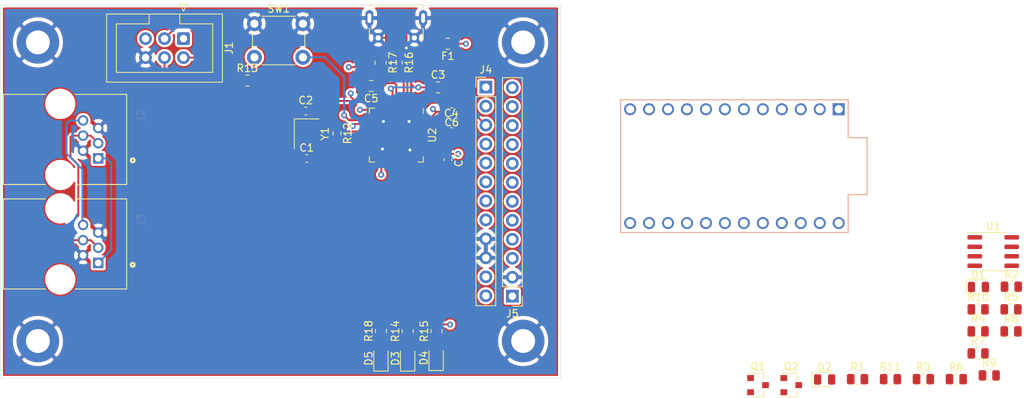
<source format=kicad_pcb>
(kicad_pcb (version 20171130) (host pcbnew 5.1.9-73d0e3b20d~88~ubuntu20.04.1)
  (layers (0 F.Cu signal) (1 In1.Cu signal hide) (2 In2.Cu signal) (31 B.Cu signal) (34 B.Paste user) (35 F.Paste user) (36 B.SilkS user) (37 F.SilkS user) (38 B.Mask user) (39 F.Mask user) (44 Edge.Cuts user))
  (net 0 "")
  (net 1 "Net-(C1-Pad2)")
  (net 2 "Net-(C1-Pad1)")
  (net 3 GND)
  (net 4 "Net-(C2-Pad1)")
  (net 5 VBUS)
  (net 6 "/Arduino Leonardo/ap_aref")
  (net 7 "Net-(C5-Pad1)")
  (net 8 VCC)
  (net 9 "Net-(D1-Pad2)")
  (net 10 /RX)
  (net 11 "Net-(D2-Pad2)")
  (net 12 "Net-(D2-Pad1)")
  (net 13 "Net-(D3-Pad2)")
  (net 14 "/Arduino Leonardo/PB0_D17_SS_RXLED")
  (net 15 "Net-(D4-Pad2)")
  (net 16 "/Arduino Leonardo/PD5_D18_TXLED")
  (net 17 "Net-(D5-Pad2)")
  (net 18 /mosi)
  (net 19 /rst)
  (net 20 /sck)
  (net 21 /miso)
  (net 22 "Net-(J2-Pad1)")
  (net 23 /LocoNet/loconet)
  (net 24 "Net-(J2-Pad6)")
  (net 25 "/Arduino Leonardo/PD3_D1_TX")
  (net 26 "/Arduino Leonardo/PD2_D0_RX")
  (net 27 "/Arduino Leonardo/PD1_D2_SDA")
  (net 28 "/Arduino Leonardo/PD0_D3_SCL")
  (net 29 "/Arduino Leonardo/PC6_D5")
  (net 30 "/Arduino Leonardo/PD7_D6_A7")
  (net 31 /TX)
  (net 32 "/Arduino Leonardo/PB4_D8")
  (net 33 "/Arduino Leonardo/PB5_D9_A8")
  (net 34 "/Arduino Leonardo/PB6_D10")
  (net 35 "/Arduino Leonardo/PF7_A0")
  (net 36 "/Arduino Leonardo/PF6_A1")
  (net 37 "/Arduino Leonardo/PF5_A2")
  (net 38 "/Arduino Leonardo/PF4_A3")
  (net 39 "/Arduino Leonardo/raw")
  (net 40 "Net-(J7-Pad4)")
  (net 41 "Net-(J7-Pad3)")
  (net 42 "Net-(J7-Pad2)")
  (net 43 "Net-(Q1-Pad1)")
  (net 44 "Net-(Q2-Pad2)")
  (net 45 "Net-(Q2-Pad1)")
  (net 46 "Net-(R1-Pad2)")
  (net 47 "Net-(R4-Pad2)")
  (net 48 "/Arduino Leonardo/D-")
  (net 49 "/Arduino Leonardo/D+")
  (net 50 "Net-(U1-Pad6)")
  (net 51 "Net-(U1-Pad5)")
  (net 52 "/Arduino Leonardo/PF0_A5")
  (net 53 "/Arduino Leonardo/PF1_A4")
  (net 54 "/Arduino Leonardo/PC7_D13")
  (net 55 "/Arduino Leonardo/PB6_D12")
  (net 56 "/Arduino Leonardo/PB7_D11")
  (module LocoNetInterface:ProMicro (layer F.Cu) (at 128.2954 91.5797 180)
    (fp_text reference U3 hide)
    (fp_text value ProMicro)
    (pad 24 thru_hole circle (at -13.97 -7.62 180) (size 1.6 1.6) (drill 1.1) (layers *.Cu *.Mask) (net 39 "/Arduino Leonardo/raw"))
    (pad 23 thru_hole circle (at -11.43 -7.62 180) (size 1.6 1.6) (drill 1.1) (layers *.Cu *.Mask) (net 3 GND))
    (pad 22 thru_hole circle (at -8.89 -7.62 180) (size 1.6 1.6) (drill 1.1) (layers *.Cu *.Mask) (net 19 /rst))
    (pad 21 thru_hole circle (at -6.35 -7.62 180) (size 1.6 1.6) (drill 1.1) (layers *.Cu *.Mask) (net 8 VCC))
    (pad 20 thru_hole circle (at -3.81 -7.62 180) (size 1.6 1.6) (drill 1.1) (layers *.Cu *.Mask) (net 38 "/Arduino Leonardo/PF4_A3"))
    (pad 19 thru_hole circle (at -1.27 -7.62 180) (size 1.6 1.6) (drill 1.1) (layers *.Cu *.Mask) (net 37 "/Arduino Leonardo/PF5_A2"))
    (pad 18 thru_hole circle (at 1.27 -7.62 180) (size 1.6 1.6) (drill 1.1) (layers *.Cu *.Mask) (net 36 "/Arduino Leonardo/PF6_A1"))
    (pad 17 thru_hole circle (at 3.81 -7.62 180) (size 1.6 1.6) (drill 1.1) (layers *.Cu *.Mask) (net 35 "/Arduino Leonardo/PF7_A0"))
    (pad 16 thru_hole circle (at 6.35 -7.62 180) (size 1.6 1.6) (drill 1.1) (layers *.Cu *.Mask) (net 20 /sck))
    (pad 15 thru_hole circle (at 8.89 -7.62 180) (size 1.6 1.6) (drill 1.1) (layers *.Cu *.Mask) (net 21 /miso))
    (pad 14 thru_hole circle (at 11.43 -7.62 180) (size 1.6 1.6) (drill 1.1) (layers *.Cu *.Mask) (net 18 /mosi))
    (pad 13 thru_hole circle (at 13.97 -7.62 180) (size 1.6 1.6) (drill 1.1) (layers *.Cu *.Mask) (net 34 "/Arduino Leonardo/PB6_D10"))
    (pad 12 thru_hole circle (at 13.97 7.62 180) (size 1.6 1.6) (drill 1.1) (layers *.Cu *.Mask) (net 33 "/Arduino Leonardo/PB5_D9_A8"))
    (pad 11 thru_hole circle (at 11.43 7.62 180) (size 1.6 1.6) (drill 1.1) (layers *.Cu *.Mask) (net 32 "/Arduino Leonardo/PB4_D8"))
    (pad 10 thru_hole circle (at 8.89 7.62 180) (size 1.6 1.6) (drill 1.1) (layers *.Cu *.Mask) (net 31 /TX))
    (pad 9 thru_hole circle (at 6.35 7.62 180) (size 1.6 1.6) (drill 1.1) (layers *.Cu *.Mask) (net 30 "/Arduino Leonardo/PD7_D6_A7"))
    (pad 8 thru_hole circle (at 3.81 7.62 180) (size 1.6 1.6) (drill 1.1) (layers *.Cu *.Mask) (net 29 "/Arduino Leonardo/PC6_D5"))
    (pad 7 thru_hole circle (at 1.27 7.62 180) (size 1.6 1.6) (drill 1.1) (layers *.Cu *.Mask) (net 10 /RX))
    (pad 6 thru_hole circle (at -1.27 7.62 180) (size 1.6 1.6) (drill 1.1) (layers *.Cu *.Mask) (net 28 "/Arduino Leonardo/PD0_D3_SCL"))
    (pad 5 thru_hole circle (at -3.81 7.62 180) (size 1.6 1.6) (drill 1.1) (layers *.Cu *.Mask) (net 27 "/Arduino Leonardo/PD1_D2_SDA"))
    (pad 4 thru_hole circle (at -6.35 7.62 180) (size 1.6 1.6) (drill 1.1) (layers *.Cu *.Mask) (net 3 GND))
    (pad 3 thru_hole circle (at -8.89 7.62 180) (size 1.6 1.6) (drill 1.1) (layers *.Cu *.Mask) (net 3 GND))
    (pad 2 thru_hole circle (at -11.43 7.62 180) (size 1.6 1.6) (drill 1.1) (layers *.Cu *.Mask) (net 26 "/Arduino Leonardo/PD2_D0_RX"))
    (pad 1 thru_hole rect (at -13.97 7.62 180) (size 1.6 1.6) (drill 1.1) (layers *.Cu *.Mask) (net 25 "/Arduino Leonardo/PD3_D1_TX"))
  )
  (module LocoNetInterface:SHOUHAN_MICROXNJ (layer F.Cu) (at 83 70)
    (fp_text reference J7 (at -1.025 6.735) (layer F.SilkS) (effects (font (thickness 0.015))))
    (fp_text value MICROXNJ)
    (pad S1 smd rect (at -0.8 1.725) (size 0.6 1.35) (layers F.Cu F.Paste F.Mask) (net 3 GND))
    (pad S2 smd rect (at 0.8 1.725) (size 0.6 1.35) (layers F.Cu F.Paste F.Mask) (net 3 GND))
    (pad S3 thru_hole oval (at -3.6 1.75) (size 1.07 2.14) (drill oval 0.5 1.3) (layers *.Cu *.Mask) (net 3 GND))
    (pad S6 thru_hole oval (at 3.6 1.75) (size 1.07 2.14) (drill oval 0.5 1.3) (layers *.Cu *.Mask) (net 3 GND))
    (pad S4 thru_hole circle (at -2.425 4.4) (size 1.3 1.3) (drill 0.7) (layers *.Cu *.Mask) (net 3 GND))
    (pad S5 thru_hole circle (at 2.425 4.4) (size 1.3 1.3) (drill 0.7) (layers *.Cu *.Mask) (net 3 GND))
    (pad 5 smd rect (at -1.3 4.375) (size 0.4 1.25) (layers F.Cu F.Paste F.Mask) (net 3 GND))
    (pad 4 smd rect (at -0.65 4.375) (size 0.4 1.25) (layers F.Cu F.Paste F.Mask) (net 40 "Net-(J7-Pad4)"))
    (pad 3 smd rect (at 0 4.375) (size 0.4 1.25) (layers F.Cu F.Paste F.Mask) (net 41 "Net-(J7-Pad3)"))
    (pad 2 smd rect (at 0.65 4.375) (size 0.4 1.25) (layers F.Cu F.Paste F.Mask) (net 42 "Net-(J7-Pad2)"))
    (pad 1 smd rect (at 1.3 4.375) (size 0.4 1.25) (layers F.Cu F.Paste F.Mask) (net 5 VBUS))
  )
  (module MountingHole:MountingHole_3.2mm_M3_ISO7380_Pad (layer F.Cu) (at 100 75)
    (fp_text reference H4 hide)
    (fp_text value MountingHole_Pad)
    (pad 1 thru_hole circle (at 0 0) (size 5.7 5.7) (drill 3.2) (layers *.Cu *.Mask) (net 3 GND))
  )
  (module MountingHole:MountingHole_3.2mm_M3_ISO7380_Pad (layer F.Cu) (at 100 115)
    (fp_text reference H3 hide)
    (fp_text value MountingHole_Pad)
    (pad 1 thru_hole circle (at 0 0) (size 5.7 5.7) (drill 3.2) (layers *.Cu *.Mask) (net 3 GND))
  )
  (module MountingHole:MountingHole_3.2mm_M3_ISO7380_Pad (layer F.Cu) (at 35 115)
    (fp_text reference H2 hide)
    (fp_text value MountingHole_Pad)
    (pad 1 thru_hole circle (at 0 0) (size 5.7 5.7) (drill 3.2) (layers *.Cu *.Mask) (net 3 GND))
  )
  (module MountingHole:MountingHole_3.2mm_M3_ISO7380_Pad (layer F.Cu) (at 35 75)
    (fp_text reference H1 hide)
    (fp_text value MountingHole_Pad)
    (pad 1 thru_hole circle (at 0 0) (size 5.7 5.7) (drill 3.2) (layers *.Cu *.Mask) (net 3 GND))
  )
  (module Connector_PinHeader_2.54mm:PinHeader_1x12_P2.54mm_Vertical (layer F.Cu) (at 98.552 109 180)
    (fp_text reference J5 (at 0 -2.33) (layer F.SilkS))
    (fp_text value Conn_01x12)
    (pad 12 thru_hole oval (at 0 27.94 180) (size 1.7 1.7) (drill 1) (layers *.Cu *.Mask) (net 34 "/Arduino Leonardo/PB6_D10"))
    (pad 11 thru_hole oval (at 0 25.4 180) (size 1.7 1.7) (drill 1) (layers *.Cu *.Mask) (net 18 /mosi))
    (pad 10 thru_hole oval (at 0 22.86 180) (size 1.7 1.7) (drill 1) (layers *.Cu *.Mask) (net 21 /miso))
    (pad 9 thru_hole oval (at 0 20.32 180) (size 1.7 1.7) (drill 1) (layers *.Cu *.Mask) (net 20 /sck))
    (pad 8 thru_hole oval (at 0 17.78 180) (size 1.7 1.7) (drill 1) (layers *.Cu *.Mask) (net 35 "/Arduino Leonardo/PF7_A0"))
    (pad 7 thru_hole oval (at 0 15.24 180) (size 1.7 1.7) (drill 1) (layers *.Cu *.Mask) (net 36 "/Arduino Leonardo/PF6_A1"))
    (pad 6 thru_hole oval (at 0 12.7 180) (size 1.7 1.7) (drill 1) (layers *.Cu *.Mask) (net 37 "/Arduino Leonardo/PF5_A2"))
    (pad 5 thru_hole oval (at 0 10.16 180) (size 1.7 1.7) (drill 1) (layers *.Cu *.Mask) (net 38 "/Arduino Leonardo/PF4_A3"))
    (pad 4 thru_hole oval (at 0 7.62 180) (size 1.7 1.7) (drill 1) (layers *.Cu *.Mask) (net 8 VCC))
    (pad 3 thru_hole oval (at 0 5.08 180) (size 1.7 1.7) (drill 1) (layers *.Cu *.Mask) (net 19 /rst))
    (pad 2 thru_hole oval (at 0 2.54 180) (size 1.7 1.7) (drill 1) (layers *.Cu *.Mask) (net 3 GND))
    (pad 1 thru_hole rect (at 0 0 180) (size 1.7 1.7) (drill 1) (layers *.Cu *.Mask) (net 39 "/Arduino Leonardo/raw"))
  )
  (module Connector_PinHeader_2.54mm:PinHeader_1x12_P2.54mm_Vertical (layer F.Cu) (at 95 81)
    (fp_text reference J4 (at 0 -2.33) (layer F.SilkS))
    (fp_text value Conn_01x12)
    (pad 12 thru_hole oval (at 0 27.94) (size 1.7 1.7) (drill 1) (layers *.Cu *.Mask) (net 25 "/Arduino Leonardo/PD3_D1_TX"))
    (pad 11 thru_hole oval (at 0 25.4) (size 1.7 1.7) (drill 1) (layers *.Cu *.Mask) (net 26 "/Arduino Leonardo/PD2_D0_RX"))
    (pad 10 thru_hole oval (at 0 22.86) (size 1.7 1.7) (drill 1) (layers *.Cu *.Mask) (net 3 GND))
    (pad 9 thru_hole oval (at 0 20.32) (size 1.7 1.7) (drill 1) (layers *.Cu *.Mask) (net 3 GND))
    (pad 8 thru_hole oval (at 0 17.78) (size 1.7 1.7) (drill 1) (layers *.Cu *.Mask) (net 27 "/Arduino Leonardo/PD1_D2_SDA"))
    (pad 7 thru_hole oval (at 0 15.24) (size 1.7 1.7) (drill 1) (layers *.Cu *.Mask) (net 28 "/Arduino Leonardo/PD0_D3_SCL"))
    (pad 6 thru_hole oval (at 0 12.7) (size 1.7 1.7) (drill 1) (layers *.Cu *.Mask) (net 10 /RX))
    (pad 5 thru_hole oval (at 0 10.16) (size 1.7 1.7) (drill 1) (layers *.Cu *.Mask) (net 29 "/Arduino Leonardo/PC6_D5"))
    (pad 4 thru_hole oval (at 0 7.62) (size 1.7 1.7) (drill 1) (layers *.Cu *.Mask) (net 30 "/Arduino Leonardo/PD7_D6_A7"))
    (pad 3 thru_hole oval (at 0 5.08) (size 1.7 1.7) (drill 1) (layers *.Cu *.Mask) (net 31 /TX))
    (pad 2 thru_hole oval (at 0 2.54) (size 1.7 1.7) (drill 1) (layers *.Cu *.Mask) (net 32 "/Arduino Leonardo/PB4_D8"))
    (pad 1 thru_hole rect (at 0 0) (size 1.7 1.7) (drill 1) (layers *.Cu *.Mask) (net 33 "/Arduino Leonardo/PB5_D9_A8"))
  )
  (module Crystal:Crystal_SMD_3225-4Pin_3.2x2.5mm (layer F.Cu) (at 70.993 87.249 270)
    (fp_text reference Y1 (at 0 -2.45 90) (layer F.SilkS))
    (fp_text value Crystal_GND24)
    (pad 4 smd rect (at -1.1 -0.85 270) (size 1.4 1.2) (layers F.Cu F.Paste F.Mask) (net 3 GND))
    (pad 3 smd rect (at 1.1 -0.85 270) (size 1.4 1.2) (layers F.Cu F.Paste F.Mask) (net 1 "Net-(C1-Pad2)"))
    (pad 2 smd rect (at 1.1 0.85 270) (size 1.4 1.2) (layers F.Cu F.Paste F.Mask) (net 3 GND))
    (pad 1 smd rect (at -1.1 0.85 270) (size 1.4 1.2) (layers F.Cu F.Paste F.Mask) (net 4 "Net-(C2-Pad1)"))
  )
  (module Package_DFN_QFN:QFN-44-1EP_7x7mm_P0.5mm_EP5.2x5.2mm (layer F.Cu) (at 83 87.429 270)
    (fp_text reference U2 (at 0 -4.82 90) (layer F.SilkS))
    (fp_text value ATmega32U4-MU)
    (pad 45 smd rect (at 0 0 270) (size 5.2 5.2) (layers F.Cu F.Mask) (net 3 GND))
    (pad 44 smd roundrect (at -2.5 -3.3375 270) (size 0.25 1.075) (layers F.Cu F.Paste F.Mask) (net 8 VCC))
    (pad 43 smd roundrect (at -2 -3.3375 270) (size 0.25 1.075) (layers F.Cu F.Paste F.Mask) (net 3 GND))
    (pad 42 smd roundrect (at -1.5 -3.3375 270) (size 0.25 1.075) (layers F.Cu F.Paste F.Mask) (net 6 "/Arduino Leonardo/ap_aref"))
    (pad 41 smd roundrect (at -1 -3.3375 270) (size 0.25 1.075) (layers F.Cu F.Paste F.Mask) (net 52 "/Arduino Leonardo/PF0_A5"))
    (pad 40 smd roundrect (at -0.5 -3.3375 270) (size 0.25 1.075) (layers F.Cu F.Paste F.Mask) (net 53 "/Arduino Leonardo/PF1_A4"))
    (pad 39 smd roundrect (at 0 -3.3375 270) (size 0.25 1.075) (layers F.Cu F.Paste F.Mask) (net 38 "/Arduino Leonardo/PF4_A3"))
    (pad 38 smd roundrect (at 0.5 -3.3375 270) (size 0.25 1.075) (layers F.Cu F.Paste F.Mask) (net 37 "/Arduino Leonardo/PF5_A2"))
    (pad 37 smd roundrect (at 1 -3.3375 270) (size 0.25 1.075) (layers F.Cu F.Paste F.Mask) (net 36 "/Arduino Leonardo/PF6_A1"))
    (pad 36 smd roundrect (at 1.5 -3.3375 270) (size 0.25 1.075) (layers F.Cu F.Paste F.Mask) (net 35 "/Arduino Leonardo/PF7_A0"))
    (pad 35 smd roundrect (at 2 -3.3375 270) (size 0.25 1.075) (layers F.Cu F.Paste F.Mask) (net 3 GND))
    (pad 34 smd roundrect (at 2.5 -3.3375 270) (size 0.25 1.075) (layers F.Cu F.Paste F.Mask) (net 8 VCC))
    (pad 33 smd roundrect (at 3.3375 -2.5 270) (size 1.075 0.25) (layers F.Cu F.Paste F.Mask) (net 3 GND))
    (pad 32 smd roundrect (at 3.3375 -2 270) (size 1.075 0.25) (layers F.Cu F.Paste F.Mask) (net 54 "/Arduino Leonardo/PC7_D13"))
    (pad 31 smd roundrect (at 3.3375 -1.5 270) (size 1.075 0.25) (layers F.Cu F.Paste F.Mask) (net 29 "/Arduino Leonardo/PC6_D5"))
    (pad 30 smd roundrect (at 3.3375 -1 270) (size 1.075 0.25) (layers F.Cu F.Paste F.Mask) (net 34 "/Arduino Leonardo/PB6_D10"))
    (pad 29 smd roundrect (at 3.3375 -0.5 270) (size 1.075 0.25) (layers F.Cu F.Paste F.Mask) (net 33 "/Arduino Leonardo/PB5_D9_A8"))
    (pad 28 smd roundrect (at 3.3375 0 270) (size 1.075 0.25) (layers F.Cu F.Paste F.Mask) (net 32 "/Arduino Leonardo/PB4_D8"))
    (pad 27 smd roundrect (at 3.3375 0.5 270) (size 1.075 0.25) (layers F.Cu F.Paste F.Mask) (net 30 "/Arduino Leonardo/PD7_D6_A7"))
    (pad 26 smd roundrect (at 3.3375 1 270) (size 1.075 0.25) (layers F.Cu F.Paste F.Mask) (net 55 "/Arduino Leonardo/PB6_D12"))
    (pad 25 smd roundrect (at 3.3375 1.5 270) (size 1.075 0.25) (layers F.Cu F.Paste F.Mask) (net 10 /RX))
    (pad 24 smd roundrect (at 3.3375 2 270) (size 1.075 0.25) (layers F.Cu F.Paste F.Mask) (net 8 VCC))
    (pad 23 smd roundrect (at 3.3375 2.5 270) (size 1.075 0.25) (layers F.Cu F.Paste F.Mask) (net 3 GND))
    (pad 22 smd roundrect (at 2.5 3.3375 270) (size 0.25 1.075) (layers F.Cu F.Paste F.Mask) (net 16 "/Arduino Leonardo/PD5_D18_TXLED"))
    (pad 21 smd roundrect (at 2 3.3375 270) (size 0.25 1.075) (layers F.Cu F.Paste F.Mask) (net 25 "/Arduino Leonardo/PD3_D1_TX"))
    (pad 20 smd roundrect (at 1.5 3.3375 270) (size 0.25 1.075) (layers F.Cu F.Paste F.Mask) (net 26 "/Arduino Leonardo/PD2_D0_RX"))
    (pad 19 smd roundrect (at 1 3.3375 270) (size 0.25 1.075) (layers F.Cu F.Paste F.Mask) (net 27 "/Arduino Leonardo/PD1_D2_SDA"))
    (pad 18 smd roundrect (at 0.5 3.3375 270) (size 0.25 1.075) (layers F.Cu F.Paste F.Mask) (net 28 "/Arduino Leonardo/PD0_D3_SCL"))
    (pad 17 smd roundrect (at 0 3.3375 270) (size 0.25 1.075) (layers F.Cu F.Paste F.Mask) (net 1 "Net-(C1-Pad2)"))
    (pad 16 smd roundrect (at -0.5 3.3375 270) (size 0.25 1.075) (layers F.Cu F.Paste F.Mask) (net 4 "Net-(C2-Pad1)"))
    (pad 15 smd roundrect (at -1 3.3375 270) (size 0.25 1.075) (layers F.Cu F.Paste F.Mask) (net 3 GND))
    (pad 14 smd roundrect (at -1.5 3.3375 270) (size 0.25 1.075) (layers F.Cu F.Paste F.Mask) (net 8 VCC))
    (pad 13 smd roundrect (at -2 3.3375 270) (size 0.25 1.075) (layers F.Cu F.Paste F.Mask) (net 19 /rst))
    (pad 12 smd roundrect (at -2.5 3.3375 270) (size 0.25 1.075) (layers F.Cu F.Paste F.Mask) (net 56 "/Arduino Leonardo/PB7_D11"))
    (pad 11 smd roundrect (at -3.3375 2.5 270) (size 1.075 0.25) (layers F.Cu F.Paste F.Mask) (net 21 /miso))
    (pad 10 smd roundrect (at -3.3375 2 270) (size 1.075 0.25) (layers F.Cu F.Paste F.Mask) (net 18 /mosi))
    (pad 9 smd roundrect (at -3.3375 1.5 270) (size 1.075 0.25) (layers F.Cu F.Paste F.Mask) (net 20 /sck))
    (pad 8 smd roundrect (at -3.3375 1 270) (size 1.075 0.25) (layers F.Cu F.Paste F.Mask) (net 14 "/Arduino Leonardo/PB0_D17_SS_RXLED"))
    (pad 7 smd roundrect (at -3.3375 0.5 270) (size 1.075 0.25) (layers F.Cu F.Paste F.Mask) (net 5 VBUS))
    (pad 6 smd roundrect (at -3.3375 0 270) (size 1.075 0.25) (layers F.Cu F.Paste F.Mask) (net 7 "Net-(C5-Pad1)"))
    (pad 5 smd roundrect (at -3.3375 -0.5 270) (size 1.075 0.25) (layers F.Cu F.Paste F.Mask) (net 3 GND))
    (pad 4 smd roundrect (at -3.3375 -1 270) (size 1.075 0.25) (layers F.Cu F.Paste F.Mask) (net 49 "/Arduino Leonardo/D+"))
    (pad 3 smd roundrect (at -3.3375 -1.5 270) (size 1.075 0.25) (layers F.Cu F.Paste F.Mask) (net 48 "/Arduino Leonardo/D-"))
    (pad 2 smd roundrect (at -3.3375 -2 270) (size 1.075 0.25) (layers F.Cu F.Paste F.Mask) (net 5 VBUS))
    (pad 1 smd roundrect (at -3.3375 -2.5 270) (size 1.075 0.25) (layers F.Cu F.Paste F.Mask) (net 31 /TX))
  )
  (module Package_SO:SOIC-8_3.9x4.9mm_P1.27mm (layer F.Cu) (at 162.96 103.02)
    (fp_text reference U1 (at 0 -3.4) (layer F.SilkS))
    (fp_text value LM311)
    (pad 8 smd roundrect (at 2.475 -1.905) (size 1.95 0.6) (layers F.Cu F.Paste F.Mask) (net 8 VCC))
    (pad 7 smd roundrect (at 2.475 -0.635) (size 1.95 0.6) (layers F.Cu F.Paste F.Mask) (net 10 /RX))
    (pad 6 smd roundrect (at 2.475 0.635) (size 1.95 0.6) (layers F.Cu F.Paste F.Mask) (net 50 "Net-(U1-Pad6)"))
    (pad 5 smd roundrect (at 2.475 1.905) (size 1.95 0.6) (layers F.Cu F.Paste F.Mask) (net 51 "Net-(U1-Pad5)"))
    (pad 4 smd roundrect (at -2.475 1.905) (size 1.95 0.6) (layers F.Cu F.Paste F.Mask) (net 3 GND))
    (pad 3 smd roundrect (at -2.475 0.635) (size 1.95 0.6) (layers F.Cu F.Paste F.Mask) (net 46 "Net-(R1-Pad2)"))
    (pad 2 smd roundrect (at -2.475 -0.635) (size 1.95 0.6) (layers F.Cu F.Paste F.Mask) (net 47 "Net-(R4-Pad2)"))
    (pad 1 smd roundrect (at -2.475 -1.905) (size 1.95 0.6) (layers F.Cu F.Paste F.Mask) (net 3 GND))
  )
  (module Button_Switch_THT:SW_PUSH_6mm_H4.3mm (layer F.Cu) (at 64 72.5)
    (fp_text reference SW1 (at 3.25 -2) (layer F.SilkS))
    (fp_text value SW_Push)
    (pad 1 thru_hole circle (at 6.5 0 90) (size 2 2) (drill 1.1) (layers *.Cu *.Mask) (net 3 GND))
    (pad 2 thru_hole circle (at 6.5 4.5 90) (size 2 2) (drill 1.1) (layers *.Cu *.Mask) (net 19 /rst))
    (pad 1 thru_hole circle (at 0 0 90) (size 2 2) (drill 1.1) (layers *.Cu *.Mask) (net 3 GND))
    (pad 2 thru_hole circle (at 0 4.5 90) (size 2 2) (drill 1.1) (layers *.Cu *.Mask) (net 19 /rst))
  )
  (module Resistor_SMD:R_0805_2012Metric (layer F.Cu) (at 80.9498 113.6631 90)
    (fp_text reference R18 (at 0 -1.65 90) (layer F.SilkS))
    (fp_text value 470)
    (pad 2 smd roundrect (at 0.9125 0 90) (size 1.025 1.4) (layers F.Cu F.Paste F.Mask) (roundrect_rratio 0.243902) (net 8 VCC))
    (pad 1 smd roundrect (at -0.9125 0 90) (size 1.025 1.4) (layers F.Cu F.Paste F.Mask) (roundrect_rratio 0.243902) (net 17 "Net-(D5-Pad2)"))
  )
  (module Resistor_SMD:R_0805_2012Metric (layer F.Cu) (at 80.899 77.724 270)
    (fp_text reference R17 (at 0 -1.65 90) (layer F.SilkS))
    (fp_text value 22)
    (pad 2 smd roundrect (at 0.9125 0 270) (size 1.025 1.4) (layers F.Cu F.Paste F.Mask) (roundrect_rratio 0.243902) (net 49 "/Arduino Leonardo/D+"))
    (pad 1 smd roundrect (at -0.9125 0 270) (size 1.025 1.4) (layers F.Cu F.Paste F.Mask) (roundrect_rratio 0.243902) (net 41 "Net-(J7-Pad3)"))
  )
  (module Resistor_SMD:R_0805_2012Metric (layer F.Cu) (at 83.058 77.7005 270)
    (fp_text reference R16 (at 0 -1.65 90) (layer F.SilkS))
    (fp_text value 22)
    (pad 2 smd roundrect (at 0.9125 0 270) (size 1.025 1.4) (layers F.Cu F.Paste F.Mask) (roundrect_rratio 0.243902) (net 48 "/Arduino Leonardo/D-"))
    (pad 1 smd roundrect (at -0.9125 0 270) (size 1.025 1.4) (layers F.Cu F.Paste F.Mask) (roundrect_rratio 0.243902) (net 42 "Net-(J7-Pad2)"))
  )
  (module Resistor_SMD:R_0805_2012Metric (layer F.Cu) (at 88.392 113.6904 90)
    (fp_text reference R15 (at 0 -1.65 90) (layer F.SilkS))
    (fp_text value 470)
    (pad 2 smd roundrect (at 0.9125 0 90) (size 1.025 1.4) (layers F.Cu F.Paste F.Mask) (roundrect_rratio 0.243902) (net 8 VCC))
    (pad 1 smd roundrect (at -0.9125 0 90) (size 1.025 1.4) (layers F.Cu F.Paste F.Mask) (roundrect_rratio 0.243902) (net 15 "Net-(D4-Pad2)"))
  )
  (module Resistor_SMD:R_0805_2012Metric (layer F.Cu) (at 84.5312 113.6904 90)
    (fp_text reference R14 (at 0 -1.65 90) (layer F.SilkS))
    (fp_text value 470)
    (pad 2 smd roundrect (at 0.9125 0 90) (size 1.025 1.4) (layers F.Cu F.Paste F.Mask) (roundrect_rratio 0.243902) (net 8 VCC))
    (pad 1 smd roundrect (at -0.9125 0 90) (size 1.025 1.4) (layers F.Cu F.Paste F.Mask) (roundrect_rratio 0.243902) (net 13 "Net-(D3-Pad2)"))
  )
  (module Resistor_SMD:R_0805_2012Metric (layer F.Cu) (at 63.0574 80.1116)
    (fp_text reference R13 (at 0 -1.65) (layer F.SilkS))
    (fp_text value 10K)
    (pad 2 smd roundrect (at 0.9125 0) (size 1.025 1.4) (layers F.Cu F.Paste F.Mask) (roundrect_rratio 0.243902) (net 19 /rst))
    (pad 1 smd roundrect (at -0.9125 0) (size 1.025 1.4) (layers F.Cu F.Paste F.Mask) (roundrect_rratio 0.243902) (net 8 VCC))
  )
  (module Resistor_SMD:R_0603_1608Metric (layer F.Cu) (at 75.057 87.186 270)
    (fp_text reference R12 (at 0 -1.43 90) (layer F.SilkS))
    (fp_text value 1M)
    (pad 2 smd roundrect (at 0.825 0 270) (size 0.8 0.95) (layers F.Cu F.Paste F.Mask) (net 1 "Net-(C1-Pad2)"))
    (pad 1 smd roundrect (at -0.825 0 270) (size 0.8 0.95) (layers F.Cu F.Paste F.Mask) (net 4 "Net-(C2-Pad1)"))
  )
  (module Resistor_SMD:R_0805_2012Metric (layer F.Cu) (at 149.2 120.11)
    (fp_text reference R11 (at 0 -1.65) (layer F.SilkS))
    (fp_text value 4.7K)
    (pad 2 smd roundrect (at 0.9125 0) (size 1.025 1.4) (layers F.Cu F.Paste F.Mask) (roundrect_rratio 0.243902) (net 45 "Net-(Q2-Pad1)"))
    (pad 1 smd roundrect (at -0.9125 0) (size 1.025 1.4) (layers F.Cu F.Paste F.Mask) (roundrect_rratio 0.243902) (net 31 /TX))
  )
  (module Resistor_SMD:R_0805_2012Metric (layer F.Cu) (at 160.94 110.76)
    (fp_text reference R10 (at 0 -1.65) (layer F.SilkS))
    (fp_text value 47)
    (pad 2 smd roundrect (at 0.9125 0) (size 1.025 1.4) (layers F.Cu F.Paste F.Mask) (roundrect_rratio 0.243902) (net 44 "Net-(Q2-Pad2)"))
    (pad 1 smd roundrect (at -0.9125 0) (size 1.025 1.4) (layers F.Cu F.Paste F.Mask) (roundrect_rratio 0.243902) (net 3 GND))
  )
  (module Resistor_SMD:R_0805_2012Metric (layer F.Cu) (at 162.43 119.61)
    (fp_text reference R9 (at 0 -1.65) (layer F.SilkS))
    (fp_text value 4.7K)
    (pad 2 smd roundrect (at 0.9125 0) (size 1.025 1.4) (layers F.Cu F.Paste F.Mask) (roundrect_rratio 0.243902) (net 43 "Net-(Q1-Pad1)"))
    (pad 1 smd roundrect (at -0.9125 0) (size 1.025 1.4) (layers F.Cu F.Paste F.Mask) (roundrect_rratio 0.243902) (net 31 /TX))
  )
  (module Resistor_SMD:R_0805_2012Metric (layer F.Cu) (at 165.35 113.71)
    (fp_text reference R8 (at 0 -1.65) (layer F.SilkS))
    (fp_text value 470)
    (pad 2 smd roundrect (at 0.9125 0) (size 1.025 1.4) (layers F.Cu F.Paste F.Mask) (roundrect_rratio 0.243902) (net 8 VCC))
    (pad 1 smd roundrect (at -0.9125 0) (size 1.025 1.4) (layers F.Cu F.Paste F.Mask) (roundrect_rratio 0.243902) (net 11 "Net-(D2-Pad2)"))
  )
  (module Resistor_SMD:R_0805_2012Metric (layer F.Cu) (at 160.94 116.66)
    (fp_text reference R7 (at 0 -1.65) (layer F.SilkS))
    (fp_text value 220K)
    (pad 2 smd roundrect (at 0.9125 0) (size 1.025 1.4) (layers F.Cu F.Paste F.Mask) (roundrect_rratio 0.243902) (net 47 "Net-(R4-Pad2)"))
    (pad 1 smd roundrect (at -0.9125 0) (size 1.025 1.4) (layers F.Cu F.Paste F.Mask) (roundrect_rratio 0.243902) (net 10 /RX))
  )
  (module Resistor_SMD:R_0805_2012Metric (layer F.Cu) (at 158.02 120.11)
    (fp_text reference R6 (at 0 -1.65) (layer F.SilkS))
    (fp_text value 470)
    (pad 2 smd roundrect (at 0.9125 0) (size 1.025 1.4) (layers F.Cu F.Paste F.Mask) (roundrect_rratio 0.243902) (net 8 VCC))
    (pad 1 smd roundrect (at -0.9125 0) (size 1.025 1.4) (layers F.Cu F.Paste F.Mask) (roundrect_rratio 0.243902) (net 9 "Net-(D1-Pad2)"))
  )
  (module Resistor_SMD:R_0805_2012Metric (layer F.Cu) (at 165.35 110.76)
    (fp_text reference R5 (at 0 -1.65) (layer F.SilkS))
    (fp_text value 150K)
    (pad 2 smd roundrect (at 0.9125 0) (size 1.025 1.4) (layers F.Cu F.Paste F.Mask) (roundrect_rratio 0.243902) (net 3 GND))
    (pad 1 smd roundrect (at -0.9125 0) (size 1.025 1.4) (layers F.Cu F.Paste F.Mask) (roundrect_rratio 0.243902) (net 47 "Net-(R4-Pad2)"))
  )
  (module Resistor_SMD:R_0805_2012Metric (layer F.Cu) (at 160.94 113.71)
    (fp_text reference R4 (at 0 -1.65) (layer F.SilkS))
    (fp_text value 47K)
    (pad 2 smd roundrect (at 0.9125 0) (size 1.025 1.4) (layers F.Cu F.Paste F.Mask) (roundrect_rratio 0.243902) (net 47 "Net-(R4-Pad2)"))
    (pad 1 smd roundrect (at -0.9125 0) (size 1.025 1.4) (layers F.Cu F.Paste F.Mask) (roundrect_rratio 0.243902) (net 23 /LocoNet/loconet))
  )
  (module Resistor_SMD:R_0805_2012Metric (layer F.Cu) (at 153.61 120.11)
    (fp_text reference R3 (at 0 -1.65) (layer F.SilkS))
    (fp_text value 1K)
    (pad 2 smd roundrect (at 0.9125 0) (size 1.025 1.4) (layers F.Cu F.Paste F.Mask) (roundrect_rratio 0.243902) (net 8 VCC))
    (pad 1 smd roundrect (at -0.9125 0) (size 1.025 1.4) (layers F.Cu F.Paste F.Mask) (roundrect_rratio 0.243902) (net 10 /RX))
  )
  (module Resistor_SMD:R_0805_2012Metric (layer F.Cu) (at 165.39 107.72)
    (fp_text reference R2 (at 0 -1.65) (layer F.SilkS))
    (fp_text value 22K)
    (pad 2 smd roundrect (at 0.9125 0) (size 1.025 1.4) (layers F.Cu F.Paste F.Mask) (roundrect_rratio 0.243902) (net 3 GND))
    (pad 1 smd roundrect (at -0.9125 0) (size 1.025 1.4) (layers F.Cu F.Paste F.Mask) (roundrect_rratio 0.243902) (net 46 "Net-(R1-Pad2)"))
  )
  (module Resistor_SMD:R_0805_2012Metric (layer F.Cu) (at 144.79 120.11)
    (fp_text reference R1 (at 0 -1.65) (layer F.SilkS))
    (fp_text value 10K)
    (pad 2 smd roundrect (at 0.9125 0) (size 1.025 1.4) (layers F.Cu F.Paste F.Mask) (roundrect_rratio 0.243902) (net 46 "Net-(R1-Pad2)"))
    (pad 1 smd roundrect (at -0.9125 0) (size 1.025 1.4) (layers F.Cu F.Paste F.Mask) (roundrect_rratio 0.243902) (net 8 VCC))
  )
  (module Package_TO_SOT_SMD:SOT-23 (layer F.Cu) (at 135.91 120.91)
    (fp_text reference Q2 (at 0 -2.5) (layer F.SilkS))
    (fp_text value 2N3904)
    (pad 3 smd rect (at 1 0) (size 0.9 0.8) (layers F.Cu F.Paste F.Mask) (net 23 /LocoNet/loconet))
    (pad 2 smd rect (at -1 0.95) (size 0.9 0.8) (layers F.Cu F.Paste F.Mask) (net 44 "Net-(Q2-Pad2)"))
    (pad 1 smd rect (at -1 -0.95) (size 0.9 0.8) (layers F.Cu F.Paste F.Mask) (net 45 "Net-(Q2-Pad1)"))
  )
  (module Package_TO_SOT_SMD:SOT-23 (layer F.Cu) (at 131.46 120.91)
    (fp_text reference Q1 (at 0 -2.5) (layer F.SilkS))
    (fp_text value 2N3904)
    (pad 3 smd rect (at 1 0) (size 0.9 0.8) (layers F.Cu F.Paste F.Mask) (net 12 "Net-(D2-Pad1)"))
    (pad 2 smd rect (at -1 0.95) (size 0.9 0.8) (layers F.Cu F.Paste F.Mask) (net 3 GND))
    (pad 1 smd rect (at -1 -0.95) (size 0.9 0.8) (layers F.Cu F.Paste F.Mask) (net 43 "Net-(Q1-Pad1)"))
  )
  (module LocoNetInterface:AMPHENOL_RJE0166001 (layer F.Cu) (at 38 102 270)
    (fp_text reference J3 (at -3.17815 -10.80573 90) (layer F.SilkS) (effects (font (size 1.000992 1.000992) (thickness 0.015))))
    (fp_text value RJ12)
    (pad 1 thru_hole rect (at 2.54 -5.08 270) (size 1.398 1.398) (drill 0.89) (layers *.Cu *.Mask) (net 22 "Net-(J2-Pad1)"))
    (pad None np_thru_hole circle (at -4.7625 0 270) (size 3.45 3.45) (drill 3.45) (layers *.Cu *.Mask))
    (pad None np_thru_hole circle (at 4.7625 0 270) (size 3.45 3.45) (drill 3.45) (layers *.Cu *.Mask))
    (pad 3 thru_hole circle (at 0.508 -5.08 270) (size 1.398 1.398) (drill 0.89) (layers *.Cu *.Mask) (net 23 /LocoNet/loconet))
    (pad 5 thru_hole circle (at -1.524 -5.08 270) (size 1.398 1.398) (drill 0.89) (layers *.Cu *.Mask) (net 3 GND))
    (pad 2 thru_hole circle (at 1.524 -3.05 270) (size 1.398 1.398) (drill 0.89) (layers *.Cu *.Mask) (net 3 GND))
    (pad 4 thru_hole circle (at -0.508 -3.048 270) (size 1.398 1.398) (drill 0.89) (layers *.Cu *.Mask) (net 23 /LocoNet/loconet))
    (pad 6 thru_hole circle (at -2.54 -3.05 270) (size 1.398 1.398) (drill 0.89) (layers *.Cu *.Mask) (net 24 "Net-(J2-Pad6)"))
  )
  (module LocoNetInterface:AMPHENOL_RJE0166001 (layer F.Cu) (at 38 88 270)
    (fp_text reference J2 (at -3.17815 -10.80573 90) (layer F.SilkS) (effects (font (size 1.000992 1.000992) (thickness 0.015))))
    (fp_text value RJ12)
    (pad 1 thru_hole rect (at 2.54 -5.08 270) (size 1.398 1.398) (drill 0.89) (layers *.Cu *.Mask) (net 22 "Net-(J2-Pad1)"))
    (pad None np_thru_hole circle (at -4.7625 0 270) (size 3.45 3.45) (drill 3.45) (layers *.Cu *.Mask))
    (pad None np_thru_hole circle (at 4.7625 0 270) (size 3.45 3.45) (drill 3.45) (layers *.Cu *.Mask))
    (pad 3 thru_hole circle (at 0.508 -5.08 270) (size 1.398 1.398) (drill 0.89) (layers *.Cu *.Mask) (net 23 /LocoNet/loconet))
    (pad 5 thru_hole circle (at -1.524 -5.08 270) (size 1.398 1.398) (drill 0.89) (layers *.Cu *.Mask) (net 3 GND))
    (pad 2 thru_hole circle (at 1.524 -3.05 270) (size 1.398 1.398) (drill 0.89) (layers *.Cu *.Mask) (net 3 GND))
    (pad 4 thru_hole circle (at -0.508 -3.048 270) (size 1.398 1.398) (drill 0.89) (layers *.Cu *.Mask) (net 23 /LocoNet/loconet))
    (pad 6 thru_hole circle (at -2.54 -3.05 270) (size 1.398 1.398) (drill 0.89) (layers *.Cu *.Mask) (net 24 "Net-(J2-Pad6)"))
  )
  (module Connector_IDC:IDC-Header_2x03_P2.54mm_Vertical (layer F.Cu) (at 54.5 74.5 270)
    (fp_text reference J1 (at 1.27 -6.1 90) (layer F.SilkS))
    (fp_text value ICSP)
    (pad 6 thru_hole circle (at 2.54 5.08 270) (size 1.7 1.7) (drill 1) (layers *.Cu *.Mask) (net 3 GND))
    (pad 4 thru_hole circle (at 2.54 2.54 270) (size 1.7 1.7) (drill 1) (layers *.Cu *.Mask) (net 18 /mosi))
    (pad 2 thru_hole circle (at 2.54 0 270) (size 1.7 1.7) (drill 1) (layers *.Cu *.Mask) (net 8 VCC))
    (pad 5 thru_hole circle (at 0 5.08 270) (size 1.7 1.7) (drill 1) (layers *.Cu *.Mask) (net 19 /rst))
    (pad 3 thru_hole circle (at 0 2.54 270) (size 1.7 1.7) (drill 1) (layers *.Cu *.Mask) (net 20 /sck))
    (pad 1 thru_hole roundrect (at 0 0 270) (size 1.7 1.7) (drill 1) (layers *.Cu *.Mask) (roundrect_rratio 0.147059) (net 21 /miso))
  )
  (module Resistor_SMD:R_0805_2012Metric (layer F.Cu) (at 89.916 75.184 180)
    (fp_text reference F1 (at 0 -1.65) (layer F.SilkS))
    (fp_text value Polyfuse)
    (pad 2 smd roundrect (at 0.9125 0 180) (size 1.025 1.4) (layers F.Cu F.Paste F.Mask) (roundrect_rratio 0.243902) (net 5 VBUS))
    (pad 1 smd roundrect (at -0.9125 0 180) (size 1.025 1.4) (layers F.Cu F.Paste F.Mask) (roundrect_rratio 0.243902) (net 8 VCC))
  )
  (module LED_SMD:LED_0805_2012Metric (layer F.Cu) (at 80.9498 117.3457 90)
    (fp_text reference D5 (at 0 -1.65 90) (layer F.SilkS))
    (fp_text value LED)
    (pad 2 smd roundrect (at 0.9375 0 90) (size 0.975 1.4) (layers F.Cu F.Paste F.Mask) (net 17 "Net-(D5-Pad2)"))
    (pad 1 smd roundrect (at -0.9375 0 90) (size 0.975 1.4) (layers F.Cu F.Paste F.Mask) (net 3 GND))
  )
  (module LED_SMD:LED_0805_2012Metric (layer F.Cu) (at 88.3412 117.2741 90)
    (fp_text reference D4 (at 0 -1.65 90) (layer F.SilkS))
    (fp_text value LED)
    (pad 2 smd roundrect (at 0.9375 0 90) (size 0.975 1.4) (layers F.Cu F.Paste F.Mask) (net 15 "Net-(D4-Pad2)"))
    (pad 1 smd roundrect (at -0.9375 0 90) (size 0.975 1.4) (layers F.Cu F.Paste F.Mask) (net 16 "/Arduino Leonardo/PD5_D18_TXLED"))
  )
  (module LED_SMD:LED_0805_2012Metric (layer F.Cu) (at 84.5312 117.3457 90)
    (fp_text reference D3 (at 0 -1.65 90) (layer F.SilkS))
    (fp_text value LED)
    (pad 2 smd roundrect (at 0.9375 0 90) (size 0.975 1.4) (layers F.Cu F.Paste F.Mask) (net 13 "Net-(D3-Pad2)"))
    (pad 1 smd roundrect (at -0.9375 0 90) (size 0.975 1.4) (layers F.Cu F.Paste F.Mask) (net 14 "/Arduino Leonardo/PB0_D17_SS_RXLED"))
  )
  (module LED_SMD:LED_0805_2012Metric (layer F.Cu) (at 140.38 120.155)
    (fp_text reference D2 (at 0 -1.65) (layer F.SilkS))
    (fp_text value LED)
    (pad 2 smd roundrect (at 0.9375 0) (size 0.975 1.4) (layers F.Cu F.Paste F.Mask) (net 11 "Net-(D2-Pad2)"))
    (pad 1 smd roundrect (at -0.9375 0) (size 0.975 1.4) (layers F.Cu F.Paste F.Mask) (net 12 "Net-(D2-Pad1)"))
  )
  (module LED_SMD:LED_0805_2012Metric (layer F.Cu) (at 160.98 107.765)
    (fp_text reference D1 (at 0 -1.65) (layer F.SilkS))
    (fp_text value LED)
    (pad 2 smd roundrect (at 0.9375 0) (size 0.975 1.4) (layers F.Cu F.Paste F.Mask) (net 9 "Net-(D1-Pad2)"))
    (pad 1 smd roundrect (at -0.9375 0) (size 0.975 1.4) (layers F.Cu F.Paste F.Mask) (net 10 /RX))
  )
  (module Capacitor_SMD:C_0603_1608Metric (layer F.Cu) (at 89.9414 90.7164 270)
    (fp_text reference C7 (at 0 -1.43 90) (layer F.SilkS))
    (fp_text value 100nf)
    (pad 2 smd roundrect (at 0.775 0 270) (size 0.9 0.95) (layers F.Cu F.Paste F.Mask) (net 3 GND))
    (pad 1 smd roundrect (at -0.775 0 270) (size 0.9 0.95) (layers F.Cu F.Paste F.Mask) (net 8 VCC))
  )
  (module Capacitor_SMD:C_0603_1608Metric (layer F.Cu) (at 90.4237 84.2899 180)
    (fp_text reference C6 (at 0 -1.43) (layer F.SilkS))
    (fp_text value 100nf)
    (pad 2 smd roundrect (at 0.775 0 180) (size 0.9 0.95) (layers F.Cu F.Paste F.Mask) (net 8 VCC))
    (pad 1 smd roundrect (at -0.775 0 180) (size 0.9 0.95) (layers F.Cu F.Paste F.Mask) (net 3 GND))
  )
  (module Capacitor_SMD:C_0805_2012Metric (layer F.Cu) (at 79.6417 80.8355 180)
    (fp_text reference C5 (at 0 -1.68) (layer F.SilkS))
    (fp_text value 1uf)
    (pad 2 smd roundrect (at 0.95 0 180) (size 1 1.45) (layers F.Cu F.Paste F.Mask) (net 3 GND))
    (pad 1 smd roundrect (at -0.95 0 180) (size 1 1.45) (layers F.Cu F.Paste F.Mask) (net 7 "Net-(C5-Pad1)"))
  )
  (module Capacitor_SMD:C_0603_1608Metric (layer F.Cu) (at 90.3732 85.9282)
    (fp_text reference C4 (at 0 -1.43) (layer F.SilkS))
    (fp_text value 100nf)
    (pad 2 smd roundrect (at 0.775 0) (size 0.9 0.95) (layers F.Cu F.Paste F.Mask) (net 3 GND))
    (pad 1 smd roundrect (at -0.775 0) (size 0.9 0.95) (layers F.Cu F.Paste F.Mask) (net 6 "/Arduino Leonardo/ap_aref"))
  )
  (module Capacitor_SMD:C_0805_2012Metric (layer F.Cu) (at 88.5952 81.026)
    (fp_text reference C3 (at 0 -1.68) (layer F.SilkS))
    (fp_text value 1uf)
    (pad 2 smd roundrect (at 0.95 0) (size 1 1.45) (layers F.Cu F.Paste F.Mask) (net 3 GND))
    (pad 1 smd roundrect (at -0.95 0) (size 1 1.45) (layers F.Cu F.Paste F.Mask) (net 5 VBUS))
  )
  (module Capacitor_SMD:C_0603_1608Metric (layer F.Cu) (at 70.879 84.201)
    (fp_text reference C2 (at 0 -1.43) (layer F.SilkS))
    (fp_text value 22pf)
    (pad 2 smd roundrect (at 0.775 0) (size 0.9 0.95) (layers F.Cu F.Paste F.Mask) (net 3 GND))
    (pad 1 smd roundrect (at -0.775 0) (size 0.9 0.95) (layers F.Cu F.Paste F.Mask) (net 4 "Net-(C2-Pad1)"))
  )
  (module Capacitor_SMD:C_0603_1608Metric (layer F.Cu) (at 71.006 90.551)
    (fp_text reference C1 (at 0 -1.43) (layer F.SilkS))
    (fp_text value 22pf)
    (pad 2 smd roundrect (at 0.775 0) (size 0.9 0.95) (layers F.Cu F.Paste F.Mask) (net 1 "Net-(C1-Pad2)"))
    (pad 1 smd roundrect (at -0.775 0) (size 0.9 0.95) (layers F.Cu F.Paste F.Mask) (net 2 "Net-(C1-Pad1)"))
  )
  (gr_line (start 30 70) (end 30 120) (layer Edge.Cuts) (width 0.05))
  (gr_line (start 105 70) (end 30 70) (layer Edge.Cuts) (width 0.05))
  (gr_line (start 105 120) (end 105 70) (layer Edge.Cuts) (width 0.05))
  (gr_line (start 30 120) (end 105 120) (layer Edge.Cuts) (width 0.05))
  (segment (start 71.843 90.489) (end 71.781 90.551) (width 0.25) (layer F.Cu) (net 1))
  (segment (start 71.843 88.349) (end 71.843 90.489) (width 0.25) (layer F.Cu) (net 1))
  (segment (start 75.639 87.429) (end 75.057 88.011) (width 0.25) (layer F.Cu) (net 1))
  (segment (start 79.6625 87.429) (end 75.639 87.429) (width 0.25) (layer F.Cu) (net 1))
  (segment (start 71.843 88.349) (end 73.576 88.349) (width 0.25) (layer F.Cu) (net 1))
  (segment (start 73.914 88.011) (end 75.057 88.011) (width 0.25) (layer F.Cu) (net 1))
  (segment (start 73.576 88.349) (end 73.914 88.011) (width 0.25) (layer F.Cu) (net 1))
  (via (at 84.836 89.408) (size 0.8) (drill 0.4) (layers F.Cu B.Cu) (net 3))
  (via (at 81.28 85.598) (size 0.8) (drill 0.4) (layers F.Cu B.Cu) (net 3))
  (via (at 81.153 89.281) (size 0.8) (drill 0.4) (layers F.Cu B.Cu) (net 3))
  (via (at 84.709 85.598) (size 0.8) (drill 0.4) (layers F.Cu B.Cu) (net 3))
  (segment (start 80.6 74.375) (end 80.575 74.4) (width 0.25) (layer F.Cu) (net 3))
  (segment (start 81.7 74.375) (end 80.6 74.375) (width 0.25) (layer F.Cu) (net 3))
  (segment (start 83.5 86.929) (end 83 87.429) (width 0.25) (layer F.Cu) (net 3))
  (segment (start 83.5 84.0915) (end 83.5 86.929) (width 0.25) (layer F.Cu) (net 3))
  (segment (start 85 89.429) (end 83 87.429) (width 0.25) (layer F.Cu) (net 3))
  (segment (start 86.3375 89.429) (end 85 89.429) (width 0.25) (layer F.Cu) (net 3))
  (segment (start 85 85.429) (end 83 87.429) (width 0.25) (layer F.Cu) (net 3))
  (segment (start 86.3375 85.429) (end 85 85.429) (width 0.25) (layer F.Cu) (net 3))
  (segment (start 80.52501 89.90399) (end 83 87.429) (width 0.25) (layer F.Cu) (net 3))
  (segment (start 80.52501 90.74149) (end 80.52501 89.90399) (width 0.25) (layer F.Cu) (net 3))
  (segment (start 80.5 90.7665) (end 80.52501 90.74149) (width 0.25) (layer F.Cu) (net 3))
  (segment (start 85.47499 89.90399) (end 83 87.429) (width 0.25) (layer F.Cu) (net 3))
  (segment (start 85.47499 90.152012) (end 85.47499 89.90399) (width 0.25) (layer F.Cu) (net 3))
  (segment (start 85.5 90.177022) (end 85.47499 90.152012) (width 0.25) (layer F.Cu) (net 3))
  (segment (start 85.5 90.7665) (end 85.5 90.177022) (width 0.25) (layer F.Cu) (net 3))
  (segment (start 82 86.429) (end 83 87.429) (width 0.25) (layer F.Cu) (net 3))
  (segment (start 79.6625 86.429) (end 82 86.429) (width 0.25) (layer F.Cu) (net 3))
  (segment (start 70.104 86.11) (end 70.143 86.149) (width 0.25) (layer F.Cu) (net 4))
  (segment (start 70.104 84.201) (end 70.104 86.11) (width 0.25) (layer F.Cu) (net 4))
  (segment (start 70.104 84.201) (end 70.104 84.455) (width 0.25) (layer F.Cu) (net 4))
  (segment (start 73.819999 85.123999) (end 75.057 86.361) (width 0.25) (layer F.Cu) (net 4))
  (segment (start 70.772999 85.123999) (end 73.819999 85.123999) (width 0.25) (layer F.Cu) (net 4))
  (segment (start 70.104 84.455) (end 70.772999 85.123999) (width 0.25) (layer F.Cu) (net 4))
  (segment (start 75.057 86.361) (end 75.185 86.361) (width 0.25) (layer F.Cu) (net 4))
  (segment (start 75.753 86.929) (end 79.6625 86.929) (width 0.25) (layer F.Cu) (net 4))
  (segment (start 75.185 86.361) (end 75.753 86.929) (width 0.25) (layer F.Cu) (net 4))
  (segment (start 84.3 74.375) (end 84.3 75.283) (width 0.25) (layer F.Cu) (net 5))
  (segment (start 84.3 75.283) (end 84.963 75.946) (width 0.25) (layer F.Cu) (net 5))
  (segment (start 87.63 75.184) (end 89.0035 75.184) (width 0.25) (layer F.Cu) (net 5))
  (segment (start 86.868 75.946) (end 87.63 75.184) (width 0.25) (layer F.Cu) (net 5))
  (segment (start 85 76.8234) (end 85.7758 76.0476) (width 0.25) (layer F.Cu) (net 5))
  (segment (start 85.7758 76.0476) (end 85.7758 75.946) (width 0.25) (layer F.Cu) (net 5))
  (segment (start 85.7758 75.946) (end 86.868 75.946) (width 0.25) (layer F.Cu) (net 5))
  (segment (start 84.963 75.946) (end 85.7758 75.946) (width 0.25) (layer F.Cu) (net 5))
  (via (at 85.9536 81.026) (size 0.8) (drill 0.4) (layers F.Cu B.Cu) (net 5))
  (segment (start 85 80.2524) (end 85 76.8234) (width 0.25) (layer F.Cu) (net 5))
  (segment (start 85 84.0915) (end 85 80.2524) (width 0.25) (layer F.Cu) (net 5))
  (segment (start 85 80.6058) (end 85 80.2524) (width 0.25) (layer F.Cu) (net 5))
  (segment (start 85.4202 81.026) (end 85 80.6058) (width 0.25) (layer F.Cu) (net 5))
  (segment (start 85.9536 81.026) (end 85.4202 81.026) (width 0.25) (layer F.Cu) (net 5))
  (segment (start 85.9536 81.026) (end 87.6452 81.026) (width 0.25) (layer F.Cu) (net 5))
  (via (at 82.27499 81.18996) (size 0.8) (drill 0.4) (layers F.Cu B.Cu) (net 5))
  (segment (start 82.43895 81.026) (end 82.27499 81.18996) (width 0.25) (layer B.Cu) (net 5))
  (segment (start 85.9536 81.026) (end 82.43895 81.026) (width 0.25) (layer B.Cu) (net 5))
  (segment (start 82.5 84.0915) (end 82.5 81.41497) (width 0.25) (layer F.Cu) (net 5))
  (segment (start 82.5 81.41497) (end 82.27499 81.18996) (width 0.25) (layer F.Cu) (net 5))
  (segment (start 89.5974 85.929) (end 89.5982 85.9282) (width 0.25) (layer F.Cu) (net 6))
  (segment (start 86.3375 85.929) (end 89.5974 85.929) (width 0.25) (layer F.Cu) (net 6))
  (segment (start 83 83.505978) (end 83 84.0915) (width 0.25) (layer F.Cu) (net 7))
  (segment (start 83 80.6759) (end 83 83.505978) (width 0.25) (layer F.Cu) (net 7))
  (segment (start 81.7626 80.4545) (end 82.7786 80.4545) (width 0.25) (layer F.Cu) (net 7))
  (segment (start 81.3816 80.8355) (end 81.7626 80.4545) (width 0.25) (layer F.Cu) (net 7))
  (segment (start 80.5917 80.8355) (end 81.3816 80.8355) (width 0.25) (layer F.Cu) (net 7))
  (segment (start 82.7786 80.4545) (end 83 80.6759) (width 0.25) (layer F.Cu) (net 7))
  (via (at 92.329 75.184) (size 0.8) (drill 0.4) (layers F.Cu B.Cu) (net 8))
  (segment (start 90.8285 75.184) (end 92.329 75.184) (width 0.25) (layer F.Cu) (net 8))
  (segment (start 84.5039 112.7506) (end 84.5312 112.7779) (width 0.25) (layer F.Cu) (net 8))
  (segment (start 80.9498 112.7506) (end 84.5039 112.7506) (width 0.25) (layer F.Cu) (net 8))
  (segment (start 84.5312 112.7779) (end 88.392 112.7779) (width 0.25) (layer F.Cu) (net 8))
  (via (at 90.2208 112.8014) (size 0.8) (drill 0.4) (layers F.Cu B.Cu) (net 8))
  (segment (start 90.1973 112.7779) (end 90.2208 112.8014) (width 0.25) (layer F.Cu) (net 8))
  (segment (start 88.392 112.7779) (end 90.1973 112.7779) (width 0.25) (layer F.Cu) (net 8))
  (segment (start 89.929 89.929) (end 89.9414 89.9414) (width 0.25) (layer F.Cu) (net 8))
  (segment (start 86.3375 89.929) (end 89.929 89.929) (width 0.25) (layer F.Cu) (net 8))
  (via (at 91.3003 89.9414) (size 0.8) (drill 0.4) (layers F.Cu B.Cu) (net 8))
  (segment (start 89.9414 89.9414) (end 91.3003 89.9414) (width 0.25) (layer F.Cu) (net 8))
  (segment (start 62.1449 80.1116) (end 62.1449 78.82) (width 0.25) (layer F.Cu) (net 8))
  (segment (start 60.3649 77.04) (end 54.5 77.04) (width 0.25) (layer F.Cu) (net 8))
  (segment (start 62.1449 78.82) (end 60.3649 77.04) (width 0.25) (layer F.Cu) (net 8))
  (via (at 80.9879 92.7227) (size 0.8) (drill 0.4) (layers F.Cu B.Cu) (net 8))
  (segment (start 81 92.7106) (end 80.9879 92.7227) (width 0.25) (layer F.Cu) (net 8))
  (segment (start 81 90.7665) (end 81 92.7106) (width 0.25) (layer F.Cu) (net 8))
  (via (at 77.1779 86.204) (size 0.8) (drill 0.4) (layers F.Cu B.Cu) (net 8))
  (segment (start 77.4529 85.929) (end 77.1779 86.204) (width 0.25) (layer F.Cu) (net 8))
  (segment (start 79.6625 85.929) (end 77.4529 85.929) (width 0.25) (layer F.Cu) (net 8))
  (segment (start 86.3375 84.929) (end 87.8037 84.929) (width 0.25) (layer F.Cu) (net 8))
  (segment (start 88.4428 84.2899) (end 89.6487 84.2899) (width 0.25) (layer F.Cu) (net 8))
  (segment (start 87.8037 84.929) (end 88.4428 84.2899) (width 0.25) (layer F.Cu) (net 8))
  (via (at 87.9221 83.9343) (size 0.8) (drill 0.4) (layers F.Cu B.Cu) (net 8))
  (segment (start 88.2777 84.2899) (end 87.9221 83.9343) (width 0.25) (layer F.Cu) (net 8))
  (segment (start 88.4428 84.2899) (end 88.2777 84.2899) (width 0.25) (layer F.Cu) (net 8))
  (segment (start 84.5312 114.6029) (end 84.5312 116.4082) (width 0.25) (layer F.Cu) (net 13))
  (segment (start 88.392 116.2858) (end 88.3412 116.3366) (width 0.25) (layer F.Cu) (net 15))
  (segment (start 88.392 114.6029) (end 88.392 116.2858) (width 0.25) (layer F.Cu) (net 15))
  (segment (start 80.9498 114.5756) (end 80.9498 116.4082) (width 0.25) (layer F.Cu) (net 17))
  (segment (start 81 83.1717) (end 81 84.0915) (width 0.25) (layer F.Cu) (net 18))
  (segment (start 80.671501 82.843201) (end 81 83.1717) (width 0.25) (layer F.Cu) (net 18))
  (segment (start 51.96 79.8365) (end 54.966701 82.843201) (width 0.25) (layer F.Cu) (net 18))
  (segment (start 51.96 77.04) (end 51.96 79.8365) (width 0.25) (layer F.Cu) (net 18))
  (via (at 76.9112 81.8261) (size 0.8) (drill 0.4) (layers F.Cu B.Cu) (net 18))
  (segment (start 76.9112 81.8261) (end 76.9112 82.296) (width 0.25) (layer F.Cu) (net 18))
  (segment (start 77.458401 82.843201) (end 77.661601 82.843201) (width 0.25) (layer F.Cu) (net 18))
  (segment (start 76.9112 82.296) (end 77.458401 82.843201) (width 0.25) (layer F.Cu) (net 18))
  (segment (start 77.661601 82.843201) (end 80.671501 82.843201) (width 0.25) (layer F.Cu) (net 18))
  (segment (start 54.966701 82.843201) (end 77.661601 82.843201) (width 0.25) (layer F.Cu) (net 18))
  (segment (start 63.9699 77.0301) (end 64 77) (width 0.25) (layer F.Cu) (net 19))
  (segment (start 63.9699 80.1116) (end 63.9699 77.0301) (width 0.25) (layer F.Cu) (net 19))
  (segment (start 70.5 77) (end 73.4313 77) (width 0.25) (layer B.Cu) (net 19))
  (via (at 76.0222 84.7609) (size 0.8) (drill 0.4) (layers F.Cu B.Cu) (net 19))
  (segment (start 76.0222 79.5909) (end 76.0222 84.7609) (width 0.25) (layer B.Cu) (net 19))
  (segment (start 73.4313 77) (end 76.0222 79.5909) (width 0.25) (layer B.Cu) (net 19))
  (segment (start 76.7803 85.429) (end 79.6625 85.429) (width 0.25) (layer F.Cu) (net 19))
  (segment (start 76.6903 85.429) (end 76.7803 85.429) (width 0.25) (layer F.Cu) (net 19))
  (segment (start 76.0222 84.7609) (end 76.6903 85.429) (width 0.25) (layer F.Cu) (net 19))
  (segment (start 59.6773 72.8853) (end 53.5747 72.8853) (width 0.25) (layer F.Cu) (net 20))
  (segment (start 61.9379 75.1459) (end 59.6773 72.8853) (width 0.25) (layer F.Cu) (net 20))
  (segment (start 77.7367 76.7715) (end 76.1111 75.1459) (width 0.25) (layer F.Cu) (net 20))
  (segment (start 78.1812 82.1182) (end 77.7367 81.6737) (width 0.25) (layer F.Cu) (net 20))
  (segment (start 53.5747 72.8853) (end 51.96 74.5) (width 0.25) (layer F.Cu) (net 20))
  (segment (start 76.1111 75.1459) (end 61.9379 75.1459) (width 0.25) (layer F.Cu) (net 20))
  (segment (start 80.8863 82.1182) (end 78.1812 82.1182) (width 0.25) (layer F.Cu) (net 20))
  (segment (start 81.5 82.7319) (end 80.8863 82.1182) (width 0.25) (layer F.Cu) (net 20))
  (segment (start 81.5 84.0915) (end 81.5 82.7319) (width 0.25) (layer F.Cu) (net 20))
  (via (at 76.6445 78.3209) (size 0.8) (drill 0.4) (layers F.Cu B.Cu) (net 20))
  (segment (start 77.7367 77.9526) (end 77.7367 76.7715) (width 0.25) (layer F.Cu) (net 20))
  (segment (start 77.7367 81.6737) (end 77.7367 77.9526) (width 0.25) (layer F.Cu) (net 20))
  (segment (start 77.3684 78.3209) (end 77.7367 77.9526) (width 0.25) (layer F.Cu) (net 20))
  (segment (start 76.6445 78.3209) (end 77.3684 78.3209) (width 0.25) (layer F.Cu) (net 20))
  (via (at 78.1431 84.0359) (size 0.8) (drill 0.4) (layers F.Cu B.Cu) (net 21))
  (segment (start 80.4444 84.0359) (end 80.5 84.0915) (width 0.25) (layer F.Cu) (net 21))
  (segment (start 78.1431 84.0359) (end 80.4444 84.0359) (width 0.25) (layer F.Cu) (net 21))
  (segment (start 43.08 90.54) (end 44.2104 90.54) (width 0.25) (layer B.Cu) (net 22))
  (segment (start 44.2104 90.54) (end 44.8056 91.1352) (width 0.25) (layer B.Cu) (net 22))
  (segment (start 44.8056 102.8144) (end 43.08 104.54) (width 0.25) (layer B.Cu) (net 22))
  (segment (start 44.8056 91.1352) (end 44.8056 102.8144) (width 0.25) (layer B.Cu) (net 22))
  (segment (start 42.064 87.492) (end 43.08 88.508) (width 0.25) (layer F.Cu) (net 23))
  (segment (start 41.048 87.492) (end 42.064 87.492) (width 0.25) (layer F.Cu) (net 23))
  (segment (start 42.064 101.492) (end 43.08 102.508) (width 0.25) (layer F.Cu) (net 23))
  (segment (start 41.048 101.492) (end 42.064 101.492) (width 0.25) (layer F.Cu) (net 23))
  (segment (start 39.4652 101.492) (end 41.048 101.492) (width 0.25) (layer F.Cu) (net 23))
  (segment (start 39.0652 101.092) (end 39.4652 101.492) (width 0.25) (layer F.Cu) (net 23))
  (segment (start 39.0652 99.5426) (end 39.0652 101.092) (width 0.25) (layer F.Cu) (net 23))
  (segment (start 40.4114 98.1964) (end 39.0652 99.5426) (width 0.25) (layer F.Cu) (net 23))
  (segment (start 40.4114 91.4146) (end 40.4114 98.1964) (width 0.25) (layer F.Cu) (net 23))
  (segment (start 39.37 87.7062) (end 39.37 90.3732) (width 0.25) (layer F.Cu) (net 23))
  (segment (start 39.37 90.3732) (end 40.4114 91.4146) (width 0.25) (layer F.Cu) (net 23))
  (segment (start 39.5842 87.492) (end 39.37 87.7062) (width 0.25) (layer F.Cu) (net 23))
  (segment (start 41.048 87.492) (end 39.5842 87.492) (width 0.25) (layer F.Cu) (net 23))
  (segment (start 41.05 85.46) (end 39.2794 85.46) (width 0.25) (layer B.Cu) (net 24))
  (segment (start 39.2794 85.46) (end 38.8366 85.9028) (width 0.25) (layer B.Cu) (net 24))
  (segment (start 38.8366 85.9028) (end 38.8366 89.8906) (width 0.25) (layer B.Cu) (net 24))
  (segment (start 38.8366 89.8906) (end 40.9702 92.0242) (width 0.25) (layer B.Cu) (net 24))
  (segment (start 40.9702 99.3802) (end 41.05 99.46) (width 0.25) (layer B.Cu) (net 24))
  (segment (start 40.9702 92.0242) (end 40.9702 99.3802) (width 0.25) (layer B.Cu) (net 24))
  (segment (start 86.6727 84.0915) (end 85.5 84.0915) (width 0.25) (layer F.Cu) (net 31))
  (segment (start 87.6681 83.0961) (end 86.6727 84.0915) (width 0.25) (layer F.Cu) (net 31))
  (segment (start 92.0161 83.0961) (end 87.6681 83.0961) (width 0.25) (layer F.Cu) (net 31))
  (segment (start 95 86.08) (end 92.0161 83.0961) (width 0.25) (layer F.Cu) (net 31))
  (segment (start 80.899 75.819) (end 80.899 76.8115) (width 0.25) (layer F.Cu) (net 41))
  (segment (start 81.153 75.565) (end 80.899 75.819) (width 0.25) (layer F.Cu) (net 41))
  (segment (start 82.685 75.565) (end 81.153 75.565) (width 0.25) (layer F.Cu) (net 41))
  (segment (start 83 75.25) (end 82.685 75.565) (width 0.25) (layer F.Cu) (net 41))
  (segment (start 83 74.375) (end 83 75.25) (width 0.25) (layer F.Cu) (net 41))
  (segment (start 83.65 74.375) (end 83.65 75.354) (width 0.25) (layer F.Cu) (net 42))
  (segment (start 83.185 76.661) (end 83.058 76.788) (width 0.25) (layer F.Cu) (net 42))
  (segment (start 83.185 75.819) (end 83.185 76.661) (width 0.25) (layer F.Cu) (net 42))
  (segment (start 83.65 75.354) (end 83.185 75.819) (width 0.25) (layer F.Cu) (net 42))
  (segment (start 83.058 78.613) (end 84.074 78.613) (width 0.25) (layer F.Cu) (net 48))
  (segment (start 84.5 79.039) (end 84.5 80.6625) (width 0.25) (layer F.Cu) (net 48))
  (segment (start 84.074 78.613) (end 84.5 79.039) (width 0.25) (layer F.Cu) (net 48))
  (segment (start 84.5 80.6625) (end 84.5 84.0915) (width 0.25) (layer F.Cu) (net 48))
  (segment (start 83.566 79.502) (end 84 79.936) (width 0.25) (layer F.Cu) (net 49))
  (segment (start 81.026 79.502) (end 83.566 79.502) (width 0.25) (layer F.Cu) (net 49))
  (segment (start 84 82.603) (end 84 84.0915) (width 0.25) (layer F.Cu) (net 49))
  (segment (start 80.899 79.375) (end 81.026 79.502) (width 0.25) (layer F.Cu) (net 49))
  (segment (start 84 79.936) (end 84 82.603) (width 0.25) (layer F.Cu) (net 49))
  (segment (start 80.899 78.6365) (end 80.899 79.375) (width 0.25) (layer F.Cu) (net 49))
  (zone (net 3) (net_name GND) (layer F.Cu) (connect_pads (clearance 0.3)) (min_thickness 0.2) (fill yes (arc_segments 32) (thermal_gap 0.508) (thermal_bridge_width 0.508))
    (polygon (pts (xy 105 120) (xy 30 120) (xy 30 70) (xy 105 70)))
  )
  (zone (net 3) (net_name GND) (layer B.Cu) (connect_pads (clearance 0.508)) (min_thickness 0.254) (fill yes (arc_segments 32) (thermal_gap 0.508) (thermal_bridge_width 0.508))
    (polygon (pts (xy 105 120) (xy 30 120) (xy 30 70) (xy 105 70)))
  )
)
</source>
